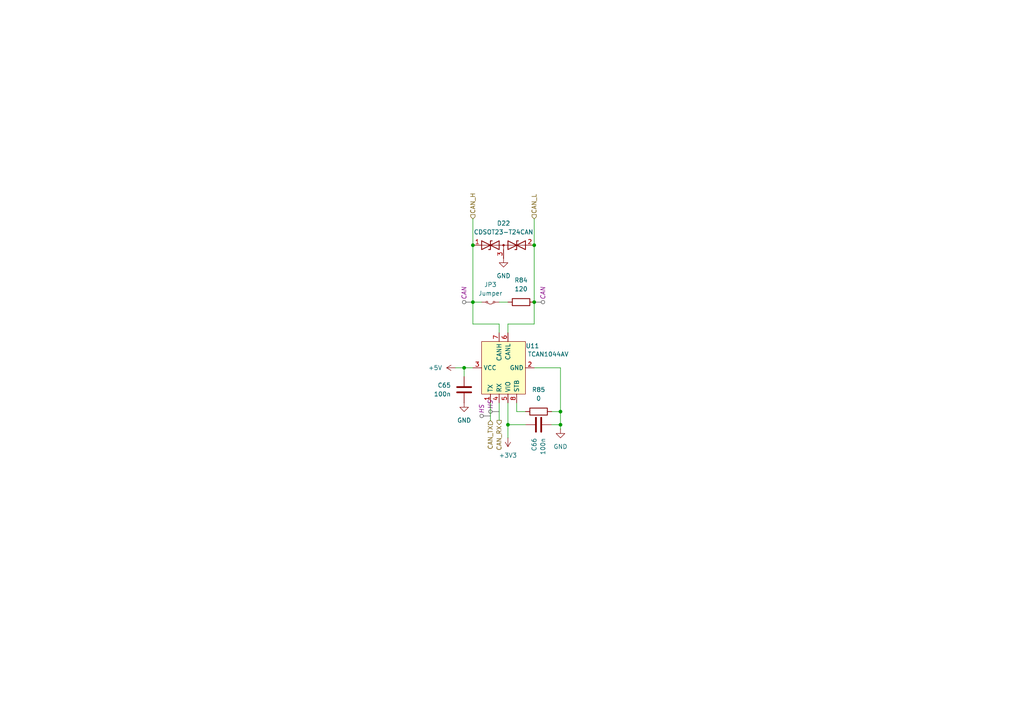
<source format=kicad_sch>
(kicad_sch (version 20250114) (generator "eeschema") (generator_version "9.0")
  (paper "A4")
  (lib_symbols
    (symbol "Device:C" (pin_numbers (hide yes)) (pin_names (offset 0.254))
      (property "Reference" "C" (at 0.635 2.54 0))
      (property "Value" "C" (at 0.635 -2.54 0))
      (symbol "C_0_1"
        (polyline (pts (xy -2.032 0.762) (xy 2.032 0.762)) (stroke (width 0.508)))
        (polyline (pts (xy -2.032 -0.762) (xy 2.032 -0.762)) (stroke (width 0.508)))
      )
      (symbol "C_1_1"
        (pin passive line (at 0 3.81 270) (length 2.794) (name "~") (number "1"))
        (pin passive line (at 0 -3.81 90) (length 2.794) (name "~") (number "2"))
      )
    )
    (symbol "Device:D_TVS_Dual_AAC" (pin_names (offset 1.016) (hide yes))
      (property "Reference" "D" (at 0 4.445 0))
      (property "Value" "D_TVS_Dual_AAC" (at 0 2.54 0))
      (symbol "D_TVS_Dual_AAC_0_0"
        (polyline (pts (xy 0 -1.27) (xy 0 0)))
      )
      (symbol "D_TVS_Dual_AAC_0_1"
        (polyline (pts (xy -6.35 1.27) (xy -1.27 -1.27) (xy -1.27 1.27) (xy -6.35 -1.27) (xy -6.35 1.27)) (stroke (width 0.254)))
        (polyline (pts (xy -6.35 0) (xy 6.35 0)))
        (polyline (pts (xy -3.302 1.27) (xy -3.81 1.27) (xy -3.81 -1.27) (xy -4.318 -1.27)) (stroke (width 0.254)))
        (circle (center 0 0) (radius 0.254) (fill (type outline)))
        (polyline (pts (xy 4.318 1.27) (xy 3.81 1.27) (xy 3.81 -1.27) (xy 3.302 -1.27)) (stroke (width 0.254)))
        (polyline (pts (xy 6.35 1.27) (xy 1.27 -1.27) (xy 1.27 1.27) (xy 6.35 -1.27) (xy 6.35 1.27)) (stroke (width 0.254)))
      )
      (symbol "D_TVS_Dual_AAC_1_1"
        (pin passive line (at -8.89 0 0) (length 2.54) (name "A1") (number "1"))
        (pin passive line (at 0 -3.81 90) (length 2.54) (name "common") (number "3"))
        (pin passive line (at 8.89 0 180) (length 2.54) (name "A2") (number "2"))
      )
    )
    (symbol "Device:R" (pin_numbers (hide yes)) (pin_names (offset 0))
      (property "Reference" "R" (at 2.032 0 90))
      (property "Value" "R" (at 0 0 90))
      (symbol "R_0_1"
        (rectangle (start -1.016 -2.54) (end 1.016 2.54) (stroke (width 0.254)))
      )
      (symbol "R_1_1"
        (pin passive line (at 0 3.81 270) (length 1.27) (name "~") (number "1"))
        (pin passive line (at 0 -3.81 90) (length 1.27) (name "~") (number "2"))
      )
    )
    (symbol "FTCU:TCAN1044AV-Q1"
      (property "Reference" "U" (at 5.588 7.62 0))
      (symbol "TCAN1044AV-Q1_0_0"
        (pin input line (at -10.16 3.81 0) (length 2.54) (name "TX") (number "1"))
        (pin output line (at -10.16 1.27 0) (length 2.54) (name "RX") (number "4"))
        (pin power_in line (at -10.16 -1.27 0) (length 2.54) (name "VIO") (number "5"))
        (pin input line (at -10.16 -3.81 0) (length 2.54) (name "STB") (number "8"))
        (pin power_in line (at 0 8.89 270) (length 2.54) (name "VCC") (number "3"))
        (pin power_in line (at 0 -8.89 90) (length 2.54) (name "GND") (number "2"))
        (pin bidirectional line (at 10.16 1.27 180) (length 2.54) (name "CANH") (number "7"))
        (pin bidirectional line (at 10.16 -1.27 180) (length 2.54) (name "CANL") (number "6"))
      )
      (symbol "TCAN1044AV-Q1_1_1"
        (rectangle (start -7.62 6.35) (end 7.62 -6.35) (fill (type background)))
      )
    )
    (symbol "Jumper:Jumper_2_Small_Bridged" (pin_numbers (hide yes)) (pin_names (offset 0) (hide yes)) (exclude_from_sim yes)
      (property "Reference" "JP" (at 0 2.032 0))
      (property "Value" "Jumper_2_Small_Bridged" (at 0 -2.286 0))
      (symbol "Jumper_2_Small_Bridged_0_0"
        (circle (center -1.016 0) (radius 0.254))
        (circle (center 1.016 0) (radius 0.254))
      )
      (symbol "Jumper_2_Small_Bridged_0_1"
        (arc (start -0.762 0.254) (mid 0 0.5696) (end 0.762 0.254))
      )
      (symbol "Jumper_2_Small_Bridged_1_1"
        (pin passive line (at -2.54 0 0) (length 1.27) (name "A") (number "1"))
        (pin passive line (at 2.54 0 180) (length 1.27) (name "B") (number "2"))
      )
    )
    (symbol "power:+3V3" (power) (pin_numbers (hide yes)) (pin_names (offset 0) (hide yes))
      (property "Value" "+3V3" (at 0 3.556 0))
      (symbol "+3V3_0_1"
        (polyline (pts (xy -0.762 1.27) (xy 0 2.54)))
        (polyline (pts (xy 0 2.54) (xy 0.762 1.27)))
        (polyline (pts (xy 0 0) (xy 0 2.54)))
      )
      (symbol "+3V3_1_1"
        (pin power_in line (at 0 0 90) (length 0) (name "~") (number "1"))
      )
    )
    (symbol "power:+5V" (power) (pin_numbers (hide yes)) (pin_names (offset 0) (hide yes))
      (property "Value" "+5V" (at 0 3.556 0))
      (symbol "+5V_0_1"
        (polyline (pts (xy -0.762 1.27) (xy 0 2.54)))
        (polyline (pts (xy 0 2.54) (xy 0.762 1.27)))
        (polyline (pts (xy 0 0) (xy 0 2.54)))
      )
      (symbol "+5V_1_1"
        (pin power_in line (at 0 0 90) (length 0) (name "~") (number "1"))
      )
    )
    (symbol "power:GND" (power) (pin_numbers (hide yes)) (pin_names (offset 0) (hide yes))
      (property "Value" "GND" (at 0 -3.81 0))
      (symbol "GND_0_1"
        (polyline (pts (xy 0 0) (xy 0 -1.27) (xy 1.27 -1.27) (xy 0 -2.54) (xy -1.27 -1.27) (xy 0 -1.27)))
      )
      (symbol "GND_1_1"
        (pin power_in line (at 0 0 270) (length 0) (name "~") (number "1"))
      )
    )
  )
  (junction (at 137.16 87.63))
  (junction (at 154.94 71.12))
  (junction (at 154.94 87.63))
  (junction (at 147.32 123.19))
  (junction (at 137.16 71.12))
  (junction (at 162.56 119.38))
  (junction (at 134.62 106.68))
  (junction (at 162.56 123.19))
  (wire (pts (xy 147.32 123.19) (xy 147.32 127)))
  (wire (pts (xy 144.78 93.98) (xy 144.78 96.52)))
  (wire (pts (xy 137.16 71.12) (xy 137.16 87.63)))
  (wire (pts (xy 154.94 106.68) (xy 162.56 106.68)))
  (wire (pts (xy 147.32 93.98) (xy 154.94 93.98)))
  (wire (pts (xy 137.16 93.98) (xy 137.16 87.63)))
  (wire (pts (xy 144.78 87.63) (xy 147.32 87.63)))
  (wire (pts (xy 132.08 106.68) (xy 134.62 106.68)))
  (wire (pts (xy 152.4 119.38) (xy 149.86 119.38)))
  (wire (pts (xy 154.94 71.12) (xy 154.94 87.63)))
  (wire (pts (xy 162.56 106.68) (xy 162.56 119.38)))
  (wire (pts (xy 149.86 119.38) (xy 149.86 116.84)))
  (wire (pts (xy 147.32 93.98) (xy 147.32 96.52)))
  (wire (pts (xy 160.02 119.38) (xy 162.56 119.38)))
  (wire (pts (xy 154.94 63.5) (xy 154.94 71.12)))
  (wire (pts (xy 137.16 87.63) (xy 139.7 87.63)))
  (wire (pts (xy 142.24 121.92) (xy 142.24 116.84)))
  (wire (pts (xy 144.78 116.84) (xy 144.78 121.92)))
  (wire (pts (xy 162.56 119.38) (xy 162.56 123.19)))
  (wire (pts (xy 162.56 124.46) (xy 162.56 123.19)))
  (wire (pts (xy 134.62 106.68) (xy 134.62 109.22)))
  (wire (pts (xy 144.78 93.98) (xy 137.16 93.98)))
  (wire (pts (xy 160.02 123.19) (xy 162.56 123.19)))
  (wire (pts (xy 147.32 123.19) (xy 147.32 116.84)))
  (wire (pts (xy 137.16 63.5) (xy 137.16 71.12)))
  (wire (pts (xy 134.62 106.68) (xy 137.16 106.68)))
  (wire (pts (xy 152.4 123.19) (xy 147.32 123.19)))
  (wire (pts (xy 154.94 87.63) (xy 154.94 93.98)))
  (hierarchical_label "CAN_RX" (shape output) (at 144.78 121.92 270))
  (hierarchical_label "CAN_TX" (shape input) (at 142.24 121.92 270))
  (hierarchical_label "CAN_L" (shape input) (at 154.94 63.5 90))
  (hierarchical_label "CAN_H" (shape input) (at 137.16 63.5 90))
  (netclass_flag "" (length 2.54) (shape round) (at 144.78 119.38 90) (property "Netclass" "HS" (at 142.24 118.6815 90) (effects (font (italic yes)) (justify left))))
  (netclass_flag "" (length 2.54) (shape round) (at 154.94 87.63 270) (property "Netclass" "CAN" (at 157.48 86.9315 90) (effects (font (italic yes)) (justify left))))
  (netclass_flag "" (length 2.54) (shape round) (at 137.16 87.63 90) (property "Netclass" "CAN" (at 134.62 86.9315 90) (effects (font (italic yes)) (justify left))))
  (netclass_flag "" (length 2.54) (shape round) (at 142.24 120.65 90) (property "Netclass" "HS" (at 139.7 119.9515 90) (effects (font (italic yes)) (justify left))))
  (symbol (lib_id "Device:R") (at 156.21 119.38 90) (unit 1)
    (property "Reference" "R85" (at 156.21 113.03 90))
    (property "Value" "0" (at 156.21 115.57 90))
    (property "Footprint" "Resistor_SMD:R_0603_1608Metric" (effects (hide yes)))
    (property "Description" "Resistor" (effects (hide yes)))
    (instances (project "SensorNodePCB" (path "" (reference "R85") (unit 1)) (path "" (reference "R87") (unit 1))))
  )
  (symbol (lib_id "Device:R") (at 151.13 87.63 90) (unit 1)
    (property "Reference" "R84" (at 151.13 81.28 90))
    (property "Value" "120" (at 151.13 83.82 90))
    (property "Footprint" "Resistor_SMD:R_0603_1608Metric" (effects (hide yes)))
    (property "Description" "Resistor" (effects (hide yes)))
    (instances (project "SensorNodePCB" (path "" (reference "R84") (unit 1)) (path "" (reference "R86") (unit 1))))
  )
  (symbol (lib_id "Device:C") (at 134.62 113.03 0) (unit 1)
    (property "Reference" "C65" (at 130.81 111.7599 0) (effects (justify right)))
    (property "Value" "100n" (at 130.81 114.2999 0) (effects (justify right)))
    (property "Footprint" "Capacitor_SMD:C_0603_1608Metric" (effects (hide yes)))
    (property "Description" "Unpolarized capacitor" (effects (hide yes)))
    (instances (project "SensorNodePCB" (path "" (reference "C65") (unit 1)) (path "" (reference "C67") (unit 1))))
  )
  (symbol (lib_id "Device:C") (at 156.21 123.19 90) (unit 1)
    (property "Reference" "C66" (at 154.9399 127 0) (effects (justify right)))
    (property "Value" "100n" (at 157.4799 127 0) (effects (justify right)))
    (property "Footprint" "Capacitor_SMD:C_0603_1608Metric" (effects (hide yes)))
    (property "Description" "Unpolarized capacitor" (effects (hide yes)))
    (instances (project "SensorNodePCB" (path "" (reference "C66") (unit 1)) (path "" (reference "C68") (unit 1))))
  )
  (symbol (lib_id "Jumper:Jumper_2_Small_Bridged") (at 142.24 87.63 180) (unit 1) (exclude_from_sim yes)
    (property "Reference" "JP3" (at 142.24 82.55 0))
    (property "Value" "Jumper" (at 142.24 85.09 0))
    (property "Footprint" "Connector_PinHeader_2.00mm:PinHeader_1x02_P2.00mm_Vertical" (effects (hide yes)))
    (property "Description" "Jumper, 2-pole, small symbol, bridged" (effects (hide yes)))
    (instances (project "SensorNodePCB" (path "" (reference "JP3") (unit 1)) (path "" (reference "JP4") (unit 1))))
  )
  (symbol (lib_id "power:GND") (at 146.05 74.93 0) (unit 1)
    (property "Reference" "#PWR0113" (effects (hide yes)))
    (property "Value" "GND" (at 146.05 80.01 0))
    (property "Description" "Power symbol creates a global label with name \"GND\" , ground" (effects (hide yes)))
    (instances (project "SensorNodePCB" (path "" (reference "#PWR0113") (unit 1)) (path "" (reference "#PWR0118") (unit 1))))
  )
  (symbol (lib_id "power:+3V3") (at 147.32 127 180) (unit 1)
    (property "Reference" "#PWR0114" (effects (hide yes)))
    (property "Value" "+3V3" (at 147.32 132.08 0))
    (property "Description" "Power symbol creates a global label with name \"+3V3\"" (effects (hide yes)))
    (instances (project "SensorNodePCB" (path "" (reference "#PWR0114") (unit 1)) (path "" (reference "#PWR0119") (unit 1))))
  )
  (symbol (lib_id "power:GND") (at 162.56 124.46 0) (unit 1)
    (property "Reference" "#PWR0115" (effects (hide yes)))
    (property "Value" "GND" (at 162.56 129.54 0))
    (property "Description" "Power symbol creates a global label with name \"GND\" , ground" (effects (hide yes)))
    (instances (project "SensorNodePCB" (path "" (reference "#PWR0115") (unit 1)) (path "" (reference "#PWR0120") (unit 1))))
  )
  (symbol (lib_id "power:GND") (at 134.62 116.84 0) (unit 1)
    (property "Reference" "#PWR0112" (effects (hide yes)))
    (property "Value" "GND" (at 134.62 121.92 0))
    (property "Description" "Power symbol creates a global label with name \"GND\" , ground" (effects (hide yes)))
    (instances (project "SensorNodePCB" (path "" (reference "#PWR0112") (unit 1)) (path "" (reference "#PWR0117") (unit 1))))
  )
  (symbol (lib_id "Device:D_TVS_Dual_AAC") (at 146.05 71.12 0) (unit 1)
    (property "Reference" "D22" (at 146.05 64.77 0))
    (property "Value" "CDSOT23-T24CAN" (at 146.05 67.31 0))
    (property "Footprint" "Package_TO_SOT_SMD:SOT-23" (effects (hide yes)))
    (property "Description" "Bidirectional dual transient-voltage-suppression diode, center on pin 3" (effects (hide yes)))
    (instances (project "SensorNodePCB" (path "" (reference "D22") (unit 1)) (path "" (reference "D23") (unit 1))))
  )
  (symbol (lib_id "FTCU:TCAN1044AV-Q1") (at 146.05 106.68 90) (unit 1)
    (property "Reference" "U11" (at 154.432 100.33 90))
    (property "Value" "TCAN1044AV" (at 159.004 102.7431 90))
    (property "Footprint" "Package_SO:SO-8_3.9x4.9mm_P1.27mm" (effects (hide yes)))
    (property "Datasheet" "https://www.ti.com/lit/ds/symlink/tcan1044av-q1.pdf" (effects (hide yes)))
    (instances (project "SensorNodePCB" (path "" (reference "U11") (unit 1)) (path "" (reference "U12") (unit 1))))
  )
  (symbol (lib_id "power:+5V") (at 132.08 106.68 90) (unit 1)
    (property "Reference" "#PWR0111" (effects (hide yes)))
    (property "Value" "+5V" (at 128.27 106.6799 90) (effects (justify left)))
    (property "Description" "Power symbol creates a global label with name \"+5V\"" (effects (hide yes)))
    (instances (project "SensorNodePCB" (path "" (reference "#PWR0111") (unit 1)) (path "" (reference "#PWR0116") (unit 1))))
  )
)
</source>
